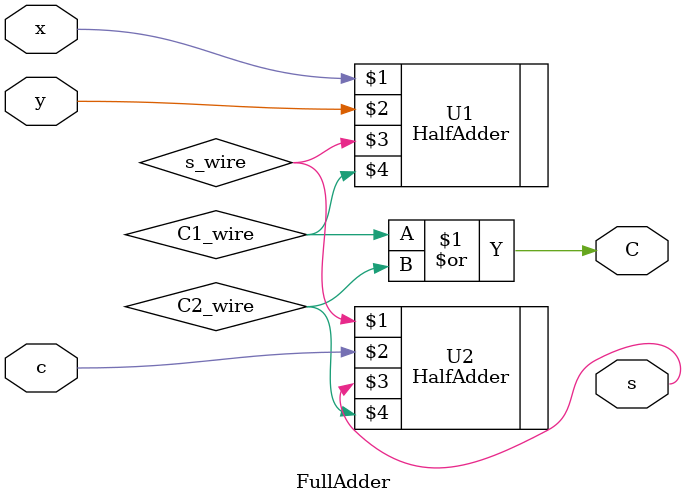
<source format=v>
module FullAdder(input x , input y , input c,output s ,output C);
wire s_wire;
wire C1_wire;
wire C2_wire;

HalfAdder U1 ( x , y , s_wire , C1_wire);
HalfAdder U2 ( s_wire , c , s , C2_wire);

assign C = C1_wire | C2_wire;
endmodule

</source>
